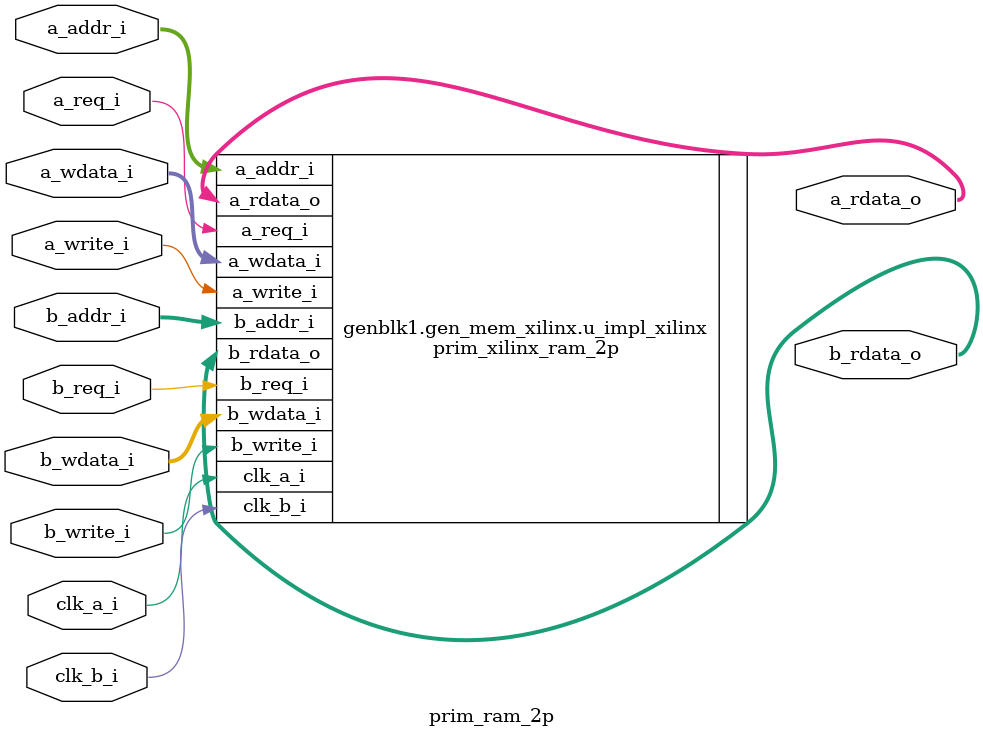
<source format=v>
module prim_ram_2p (
	clk_a_i,
	clk_b_i,
	a_req_i,
	a_write_i,
	a_addr_i,
	a_wdata_i,
	a_rdata_o,
	b_req_i,
	b_write_i,
	b_addr_i,
	b_wdata_i,
	b_rdata_o
);
	localparam prim_pkg_ImplXilinx = 1;
	parameter integer Impl = prim_pkg_ImplXilinx;
	parameter signed [31:0] Width = 32;
	parameter signed [31:0] Depth = 128;
	localparam signed [31:0] Aw = $clog2(Depth);
	input clk_a_i;
	input clk_b_i;
	input a_req_i;
	input a_write_i;
	input [Aw - 1:0] a_addr_i;
	input [Width - 1:0] a_wdata_i;
	output wire [Width - 1:0] a_rdata_o;
	input b_req_i;
	input b_write_i;
	input [Aw - 1:0] b_addr_i;
	input [Width - 1:0] b_wdata_i;
	output wire [Width - 1:0] b_rdata_o;
	localparam ImplGeneric = 0;
	localparam ImplXilinx = 1;
	generate
		if (Impl == ImplGeneric) begin : gen_mem_generic
			prim_generic_ram_2p #(
				.Width(Width),
				.Depth(Depth)
			) u_impl_generic(
				.clk_a_i(clk_a_i),
				.clk_b_i(clk_b_i),
				.a_req_i(a_req_i),
				.a_write_i(a_write_i),
				.a_addr_i(a_addr_i),
				.a_wdata_i(a_wdata_i),
				.a_rdata_o(a_rdata_o),
				.b_req_i(b_req_i),
				.b_write_i(b_write_i),
				.b_addr_i(b_addr_i),
				.b_wdata_i(b_wdata_i),
				.b_rdata_o(b_rdata_o)
			);
		end
		else if (Impl == ImplXilinx) begin : gen_mem_xilinx
			prim_xilinx_ram_2p #(
				.Width(Width),
				.Depth(Depth)
			) u_impl_xilinx(
				.clk_a_i(clk_a_i),
				.clk_b_i(clk_b_i),
				.a_req_i(a_req_i),
				.a_write_i(a_write_i),
				.a_addr_i(a_addr_i),
				.a_wdata_i(a_wdata_i),
				.a_rdata_o(a_rdata_o),
				.b_req_i(b_req_i),
				.b_write_i(b_write_i),
				.b_addr_i(b_addr_i),
				.b_wdata_i(b_wdata_i),
				.b_rdata_o(b_rdata_o)
			);
		end
	endgenerate
endmodule

</source>
